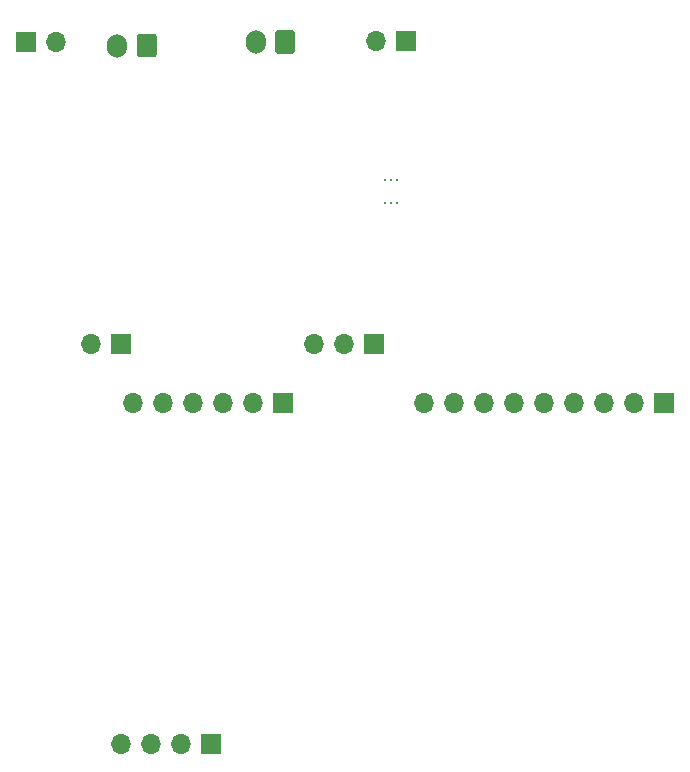
<source format=gbr>
%TF.GenerationSoftware,KiCad,Pcbnew,(5.1.8)-1*%
%TF.CreationDate,2021-02-01T14:36:09-08:00*%
%TF.ProjectId,spl_prototype,73706c5f-7072-46f7-946f-747970652e6b,rev?*%
%TF.SameCoordinates,Original*%
%TF.FileFunction,Soldermask,Bot*%
%TF.FilePolarity,Negative*%
%FSLAX46Y46*%
G04 Gerber Fmt 4.6, Leading zero omitted, Abs format (unit mm)*
G04 Created by KiCad (PCBNEW (5.1.8)-1) date 2021-02-01 14:36:09*
%MOMM*%
%LPD*%
G01*
G04 APERTURE LIST*
%ADD10O,1.700000X1.700000*%
%ADD11R,1.700000X1.700000*%
%ADD12C,0.200000*%
%ADD13O,1.700000X2.000000*%
G04 APERTURE END LIST*
D10*
%TO.C,JP3(CHG-BATT)*%
X100050000Y-23540000D03*
D11*
X97510000Y-23540000D03*
%TD*%
D10*
%TO.C,JP2(BQ-5V)*%
X102960000Y-49100000D03*
D11*
X105500000Y-49100000D03*
%TD*%
D10*
%TO.C,J6 (COIL)*%
X127110000Y-23400000D03*
D11*
X129650000Y-23400000D03*
%TD*%
D12*
%TO.C,U7*%
X127860000Y-37150000D03*
X128860000Y-37150000D03*
X128860000Y-35150000D03*
X127860000Y-35150000D03*
X128360000Y-37150000D03*
X128360000Y-35150000D03*
%TD*%
D10*
%TO.C,JP1(LDO/TEST3V3)*%
X121820000Y-49100000D03*
X124360000Y-49100000D03*
D11*
X126900000Y-49100000D03*
%TD*%
D10*
%TO.C,J7 (TOF)*%
X105480000Y-82900000D03*
X108020000Y-82900000D03*
X110560000Y-82900000D03*
D11*
X113100000Y-82900000D03*
%TD*%
D10*
%TO.C,J4*%
X106500000Y-54100000D03*
X109040000Y-54100000D03*
X111580000Y-54100000D03*
X114120000Y-54100000D03*
X116660000Y-54100000D03*
D11*
X119200000Y-54100000D03*
%TD*%
D10*
%TO.C,J3*%
X131180000Y-54100000D03*
X133720000Y-54100000D03*
X136260000Y-54100000D03*
X138800000Y-54100000D03*
X141340000Y-54100000D03*
X143880000Y-54100000D03*
X146420000Y-54100000D03*
X148960000Y-54100000D03*
D11*
X151500000Y-54100000D03*
%TD*%
D13*
%TO.C,J2 (TEST3V3-GND)*%
X116900000Y-23500000D03*
G36*
G01*
X120250000Y-22750000D02*
X120250000Y-24250000D01*
G75*
G02*
X120000000Y-24500000I-250000J0D01*
G01*
X118800000Y-24500000D01*
G75*
G02*
X118550000Y-24250000I0J250000D01*
G01*
X118550000Y-22750000D01*
G75*
G02*
X118800000Y-22500000I250000J0D01*
G01*
X120000000Y-22500000D01*
G75*
G02*
X120250000Y-22750000I0J-250000D01*
G01*
G37*
%TD*%
%TO.C,J1*%
X105200000Y-23800000D03*
G36*
G01*
X108550000Y-23050000D02*
X108550000Y-24550000D01*
G75*
G02*
X108300000Y-24800000I-250000J0D01*
G01*
X107100000Y-24800000D01*
G75*
G02*
X106850000Y-24550000I0J250000D01*
G01*
X106850000Y-23050000D01*
G75*
G02*
X107100000Y-22800000I250000J0D01*
G01*
X108300000Y-22800000D01*
G75*
G02*
X108550000Y-23050000I0J-250000D01*
G01*
G37*
%TD*%
M02*

</source>
